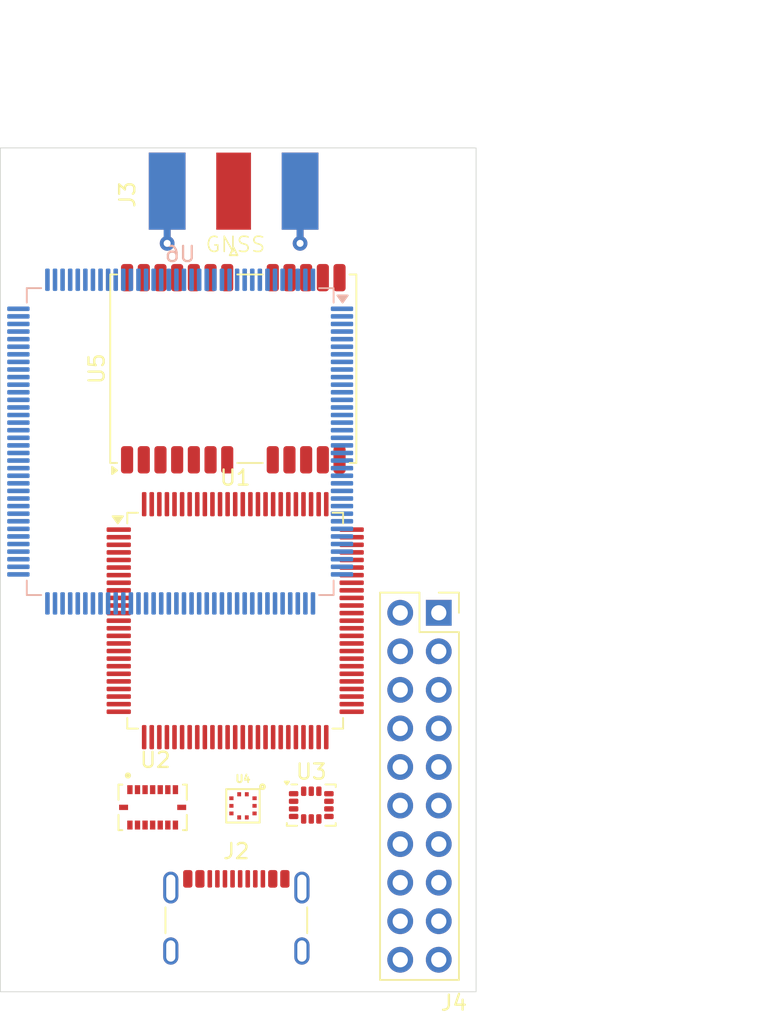
<source format=kicad_pcb>
(kicad_pcb (version 20240108) (generator "pcbnew") (generator_version "8.0")
  (layers (0 "F.Cu" signal) (31 "B.Cu" signal) (34 "B.Paste" user) (35 "F.Paste" user) (36 "B.SilkS" user "B.Silkscreen") (37 "F.SilkS" user "F.Silkscreen") (38 "B.Mask" user) (39 "F.Mask" user) (44 "Edge.Cuts" user))
  (net 0 "")
  (net 14 "/BMI088/SDO_GYRO")
  (net 40 "/BMI088/SCK")
  (net 53 "/BMI088/SDI")
  (net 78 "Net-(U1-NRST)")
  (net 79 "Net-(C11-Pad2)")
  (net 80 "Net-(C12-Pad2)")
  (net 81 "D-")
  (net 92 "GND")
  (net 93 "/BMI088/CS_ACCEL")
  (net 94 "+3.3V")
  (net 95 "/BMI088/CS_GYRO")
  (net 96 "/BMI088/SDO_ACCEL")
  (net 97 "/BMI088/GYRO_INT")
  (net 98 "/BMI088/ACCEL_INT")
  (net 102 "Net-(D1-A)")
  (net 104 "Net-(J2-CC1)")
  (net 105 "D+")
  (net 106 "Net-(J2-CC2)")
  (net 107 "Net-(J3-In)")
  (net 108 "Net-(U1-BOOT0)")
  (net 109 "/NEO-M9N/DI_GPS")
  (net 110 "/NEO-M9N/CLK_GPS")
  (net 111 "/NEO-M9N/CS_GPS")
  (net 112 "/NEO-M9N/DO_GPS")
  (net 113 "Net-(U1-PA10)")
  (net 114 "Net-(U1-PA11)")
  (net 115 "/LSM6DSM/SDO_IMU_LOW")
  (net 116 "/LSM6DSM/SDI_IMU_LOW")
  (net 117 "/LSM6DSM/SCL_IMU_LOW")
  (net 118 "/LSM6DSM/CS_IMU_LOW")
  (net 119 "/LSM6DSM/INT_IMU_LOW")
  (net 120 "/BMP581/SCK_BARO")
  (net 121 "/BMP581/SDI_BARO")
  (net 122 "/BMP581/SDO_BARO")
  (net 123 "/BMP581/INT_BARO")
  (net 124 "/BMP581/CS_BARO")
  (net 125 "Net-(U5-~{SAFEBOOT})")
  (net 172 "Net-(U6-VSS-Pad107)")
  (footprint "footprint:PQFN50P450X300X100-16N" (layer "F.Cu") (at 134.585 114.7)
    (property "Reference" "U2" (at 0.178 -3.121 0) (layer "F.SilkS"))
    (property "Value" "BMI088")
    (fp_line (start -2.25 -1.5) (end -2 -1.5) (stroke (width 0.127)) (layer "F.SilkS"))
    (fp_line (start -2.25 -0.5) (end -2.25 -1.5) (stroke (width 0.127)) (layer "F.SilkS"))
    (fp_line (start -2.25 1.5) (end -2.25 0.5) (stroke (width 0.127)) (layer "F.SilkS"))
    (fp_line (start -2 1.5) (end -2.25 1.5) (stroke (width 0.127)) (layer "F.SilkS"))
    (fp_line (start 2.25 -1.5) (end 2 -1.5) (stroke (width 0.127)) (layer "F.SilkS"))
    (fp_line (start 2.25 -0.5) (end 2.25 -1.5) (stroke (width 0.127)) (layer "F.SilkS"))
    (fp_line (start 2.25 0.5) (end 2.25 1.5) (stroke (width 0.127)) (layer "F.SilkS"))
    (fp_line (start 2.25 1.5) (end 2 1.5) (stroke (width 0.127)) (layer "F.SilkS"))
    (fp_circle (center -1.629 -2.1) (end -1.529 -2.1) (stroke (width 0.2)) (fill none) (layer "F.SilkS"))
    (pad "1" smd rect (at -1.5 -1.165) (size 0.35 0.59) (layers "F.Cu" "F.Paste" "F.Mask"))
    (pad "2" smd rect (at -1 -1.165) (size 0.35 0.59) (layers "F.Cu" "F.Paste" "F.Mask") (net 92 "GND"))
    (pad "3" smd rect (at -0.5 -1.165) (size 0.35 0.59) (layers "F.Cu" "F.Paste" "F.Mask") (net 94 "+3.3V"))
    (pad "4" smd rect (at 0 -1.165) (size 0.35 0.59) (layers "F.Cu" "F.Paste" "F.Mask") (net 92 "GND"))
    (pad "5" smd rect (at 0.5 -1.165) (size 0.35 0.59) (layers "F.Cu" "F.Paste" "F.Mask") (net 95 "/BMI088/CS_GYRO"))
    (pad "6" smd rect (at 1 -1.165) (size 0.35 0.59) (layers "F.Cu" "F.Paste" "F.Mask") (net 92 "GND"))
    (pad "7" smd rect (at 1.5 -1.165) (size 0.35 0.59) (layers "F.Cu" "F.Paste" "F.Mask") (net 92 "GND"))
    (pad "8" smd rect (at 1.915 0) (size 0.59 0.35) (layers "F.Cu" "F.Paste" "F.Mask") (net 40 "/BMI088/SCK"))
    (pad "9" smd rect (at 1.5 1.165) (size 0.35 0.59) (layers "F.Cu" "F.Paste" "F.Mask") (net 53 "/BMI088/SDI"))
    (pad "10" smd rect (at 1 1.165) (size 0.35 0.59) (layers "F.Cu" "F.Paste" "F.Mask") (net 14 "/BMI088/SDO_GYRO"))
    (pad "11" smd rect (at 0.5 1.165) (size 0.35 0.59) (layers "F.Cu" "F.Paste" "F.Mask") (net 94 "+3.3V"))
    (pad "12" smd rect (at 0 1.165) (size 0.35 0.59) (layers "F.Cu" "F.Paste" "F.Mask") (net 97 "/BMI088/GYRO_INT"))
    (pad "13" smd rect (at -0.5 1.165) (size 0.35 0.59) (layers "F.Cu" "F.Paste" "F.Mask"))
    (pad "14" smd rect (at -1 1.165) (size 0.35 0.59) (layers "F.Cu" "F.Paste" "F.Mask") (net 93 "/BMI088/CS_ACCEL"))
    (pad "15" smd rect (at -1.5 1.165) (size 0.35 0.59) (layers "F.Cu" "F.Paste" "F.Mask") (net 96 "/BMI088/SDO_ACCEL"))
    (pad "16" smd rect (at -1.915 0) (size 0.59 0.35) (layers "F.Cu" "F.Paste" "F.Mask") (net 98 "/BMI088/ACCEL_INT"))
  )
  (footprint "BMP581:BMP581" (layer "F.Cu") (at 140.5375 114.6)
    (property "Reference" "U4" (at 0 -1.778 0) (layer "F.SilkS") (effects (font (size 0.48 0.48) (thickness 0.12))))
    (property "Value" "BMP581")
    (fp_line (start -1.1 -1.1) (end 1.1 -1.1) (stroke (width 0.127)) (layer "F.SilkS"))
    (fp_line (start -1.1 1.1) (end -1.1 -1.1) (stroke (width 0.127)) (layer "F.SilkS"))
    (fp_line (start 1.1 -1.1) (end 1.1 1.1) (stroke (width 0.127)) (layer "F.SilkS"))
    (fp_line (start 1.1 1.1) (end -1.1 1.1) (stroke (width 0.127)) (layer "F.SilkS"))
    (fp_circle (center 1.282 -1.258) (end 1.327253 -1.258) (stroke (width 0.175)) (fill none) (layer "F.SilkS"))
    (pad "1" smd rect (at 0.25 -0.7625) (size 0.25 0.275) (layers "F.Cu" "F.Mask") (net 94 "+3.3V"))
    (pad "2" smd rect (at -0.25 -0.7625) (size 0.25 0.275) (layers "F.Cu" "F.Mask") (net 120 "/BMP581/SCK_BARO"))
    (pad "3" smd rect (at -0.7625 -0.5) (size 0.275 0.25) (layers "F.Cu" "F.Mask") (net 92 "GND"))
    (pad "4" smd rect (at -0.7625 0) (size 0.275 0.25) (layers "F.Cu" "F.Mask") (net 121 "/BMP581/SDI_BARO"))
    (pad "5" smd rect (at -0.7625 0.5) (size 0.275 0.25) (layers "F.Cu" "F.Mask") (net 122 "/BMP581/SDO_BARO"))
    (pad "6" smd rect (at -0.25 0.7625) (size 0.25 0.275) (layers "F.Cu" "F.Mask") (net 124 "/BMP581/CS_BARO"))
    (pad "7" smd rect (at 0.25 0.7625) (size 0.25 0.275) (layers "F.Cu" "F.Mask") (net 123 "/BMP581/INT_BARO"))
    (pad "8" smd rect (at 0.7625 0.5) (size 0.275 0.25) (layers "F.Cu" "F.Mask") (net 92 "GND"))
    (pad "9" smd rect (at 0.7625 0) (size 0.275 0.25) (layers "F.Cu" "F.Mask") (net 92 "GND"))
    (pad "10" smd rect (at 0.7625 -0.5) (size 0.275 0.25) (layers "F.Cu" "F.Mask") (net 94 "+3.3V"))
  )
  (footprint "Images:ND" (layer "F.Cu") (at 151.5 75.2)
    (property "Reference" "G***" (hide yes))
    (property "Value" "LOGO" (hide yes))
  )
  (footprint "Connector_PinSocket_2.54mm:PinSocket_2x10_P2.54mm_Vertical" (layer "F.Cu") (at 153.44 101.88)
    (property "Reference" "J4" (at 1 25.7 0) (layer "F.SilkS"))
    (property "Value" "Conn_02x10_Counter_Clockwise")
    (fp_line (start -3.87 -1.33) (end -3.87 24.19) (stroke (width 0.12)) (layer "F.SilkS"))
    (fp_line (start -3.87 -1.33) (end -1.27 -1.33) (stroke (width 0.12)) (layer "F.SilkS"))
    (fp_line (start -3.87 24.19) (end 1.33 24.19) (stroke (width 0.12)) (layer "F.SilkS"))
    (fp_line (start -1.27 -1.33) (end -1.27 1.27) (stroke (width 0.12)) (layer "F.SilkS"))
    (fp_line (start -1.27 1.27) (end 1.33 1.27) (stroke (width 0.12)) (layer "F.SilkS"))
    (fp_line (start 0 -1.33) (end 1.33 -1.33) (stroke (width 0.12)) (layer "F.SilkS"))
    (fp_line (start 1.33 -1.33) (end 1.33 0) (stroke (width 0.12)) (layer "F.SilkS"))
    (fp_line (start 1.33 1.27) (end 1.33 24.19) (stroke (width 0.12)) (layer "F.SilkS"))
    (pad "1" thru_hole rect (at 0 0) (size 1.7 1.7) (drill 1) (layers "*.Cu" "*.Mask"))
    (pad "2" thru_hole oval (at -2.54 0) (size 1.7 1.7) (drill 1) (layers "*.Cu" "*.Mask"))
    (pad "3" thru_hole oval (at 0 2.54) (size 1.7 1.7) (drill 1) (layers "*.Cu" "*.Mask"))
    (pad "4" thru_hole oval (at -2.54 2.54) (size 1.7 1.7) (drill 1) (layers "*.Cu" "*.Mask"))
    (pad "5" thru_hole oval (at 0 5.08) (size 1.7 1.7) (drill 1) (layers "*.Cu" "*.Mask"))
    (pad "6" thru_hole oval (at -2.54 5.08) (size 1.7 1.7) (drill 1) (layers "*.Cu" "*.Mask"))
    (pad "7" thru_hole oval (at 0 7.62) (size 1.7 1.7) (drill 1) (layers "*.Cu" "*.Mask"))
    (pad "8" thru_hole oval (at -2.54 7.62) (size 1.7 1.7) (drill 1) (layers "*.Cu" "*.Mask"))
    (pad "9" thru_hole oval (at 0 10.16) (size 1.7 1.7) (drill 1) (layers "*.Cu" "*.Mask"))
    (pad "10" thru_hole oval (at -2.54 10.16) (size 1.7 1.7) (drill 1) (layers "*.Cu" "*.Mask"))
    (pad "11" thru_hole oval (at 0 12.7) (size 1.7 1.7) (drill 1) (layers "*.Cu" "*.Mask"))
    (pad "12" thru_hole oval (at -2.54 12.7) (size 1.7 1.7) (drill 1) (layers "*.Cu" "*.Mask"))
    (pad "13" thru_hole oval (at 0 15.24) (size 1.7 1.7) (drill 1) (layers "*.Cu" "*.Mask"))
    (pad "14" thru_hole oval (at -2.54 15.24) (size 1.7 1.7) (drill 1) (layers "*.Cu" "*.Mask"))
    (pad "15" thru_hole oval (at 0 17.78) (size 1.7 1.7) (drill 1) (layers "*.Cu" "*.Mask"))
    (pad "16" thru_hole oval (at -2.54 17.78) (size 1.7 1.7) (drill 1) (layers "*.Cu" "*.Mask"))
    (pad "17" thru_hole oval (at 0 20.32) (size 1.7 1.7) (drill 1) (layers "*.Cu" "*.Mask"))
    (pad "18" thru_hole oval (at -2.54 20.32) (size 1.7 1.7) (drill 1) (layers "*.Cu" "*.Mask"))
    (pad "19" thru_hole oval (at 0 22.86) (size 1.7 1.7) (drill 1) (layers "*.Cu" "*.Mask"))
    (pad "20" thru_hole oval (at -2.54 22.86) (size 1.7 1.7) (drill 1) (layers "*.Cu" "*.Mask"))
  )
  (footprint "Connector_Coaxial:SMA_Molex_73251-1153_EdgeMount_Horizontal" (layer "F.Cu") (at 139.92 75.82 -90)
    (property "Reference" "J3" (at -1.5 7 90) (layer "F.SilkS"))
    (property "Value" "Conn_Coaxial")
    (fp_line (start 2.5 0.25) (end 2 0) (stroke (width 0.12)) (layer "F.SilkS"))
    (fp_line (start 2 0) (end 2.5 -0.25) (stroke (width 0.12)) (layer "F.SilkS"))
    (fp_line (start 2.5 -0.25) (end 2.5 0.25) (stroke (width 0.12)) (layer "F.SilkS"))
    (pad "1" smd rect (at -1.72 0 270) (size 5.08 2.29) (layers "F.Cu" "F.Paste" "F.Mask") (net 107 "Net-(J3-In)"))
    (pad "2" smd rect (at -1.72 -4.38 270) (size 5.08 2.42) (layers "F.Cu" "F.Paste" "F.Mask") (net 92 "GND"))
    (pad "2" smd rect (at -1.72 -4.38 270) (size 5.08 2.42) (layers "B.Cu" "B.Paste" "B.Mask") (net 92 "GND"))
    (pad "2" smd rect (at -1.72 4.38 270) (size 5.08 2.42) (layers "F.Cu" "F.Paste" "F.Mask") (net 92 "GND"))
    (pad "2" smd rect (at -1.72 4.38 270) (size 5.08 2.42) (layers "B.Cu" "B.Paste" "B.Mask") (net 92 "GND"))
    (pad "2" smd rect (at 1.27 -4.38 270) (size 0.95 0.46) (layers "F.Cu") (net 92 "GND"))
    (pad "2" smd rect (at 1.27 -4.38 270) (size 0.95 0.46) (layers "B.Cu") (net 92 "GND"))
    (pad "2" smd rect (at 1.27 4.38 270) (size 0.95 0.46) (layers "F.Cu") (net 92 "GND"))
    (pad "2" smd rect (at 1.27 4.38 270) (size 0.95 0.46) (layers "B.Cu") (net 92 "GND"))
    (pad "2" thru_hole circle (at 1.72 -4.38 270) (size 0.97 0.97) (drill 0.46) (layers "*.Cu") (net 92 "GND"))
    (pad "2" thru_hole circle (at 1.72 4.38 270) (size 0.97 0.97) (drill 0.46) (layers "*.Cu") (net 92 "GND"))
  )
  (footprint "Package_QFP:LQFP-100_14x14mm_P0.5mm" (layer "F.Cu") (at 140.025 102.4)
    (property "Reference" "U1" (at 0 -9.42 0) (layer "F.SilkS"))
    (property "Value" "STM32H723VGTx")
    (fp_line (start -7.11 -7.11) (end -7.11 -6.41) (stroke (width 0.12)) (layer "F.SilkS"))
    (fp_line (start -7.11 7.11) (end -7.11 6.41) (stroke (width 0.12)) (layer "F.SilkS"))
    (fp_line (start -6.41 -7.11) (end -7.11 -7.11) (stroke (width 0.12)) (layer "F.SilkS"))
    (fp_line (start -6.41 7.11) (end -7.11 7.11) (stroke (width 0.12)) (layer "F.SilkS"))
    (fp_line (start 6.41 -7.11) (end 7.11 -7.11) (stroke (width 0.12)) (layer "F.SilkS"))
    (fp_line (start 6.41 7.11) (end 7.11 7.11) (stroke (width 0.12)) (layer "F.SilkS"))
    (fp_line (start 7.11 -7.11) (end 7.11 -6.41) (stroke (width 0.12)) (layer "F.SilkS"))
    (fp_line (start 7.11 7.11) (end 7.11 6.41) (stroke (width 0.12)) (layer "F.SilkS"))
    (fp_poly (pts (xy -7.7375 -6.41) (xy -8.0775 -6.88) (xy -7.3975 -6.88) (xy -7.7375 -6.41)) (stroke (width 0.12)) (fill solid) (layer "F.SilkS"))
    (pad "1" smd roundrect (at -7.675 -6) (size 1.6 0.3) (layers "F.Cu" "F.Paste" "F.Mask"))
    (pad "2" smd roundrect (at -7.675 -5.5) (size 1.6 0.3) (layers "F.Cu" "F.Paste" "F.Mask"))
    (pad "3" smd roundrect (at -7.675 -5) (size 1.6 0.3) (layers "F.Cu" "F.Paste" "F.Mask"))
    (pad "4" smd roundrect (at -7.675 -4.5) (size 1.6 0.3) (layers "F.Cu" "F.Paste" "F.Mask"))
    (pad "5" smd roundrect (at -7.675 -4) (size 1.6 0.3) (layers "F.Cu" "F.Paste" "F.Mask"))
    (pad "6" smd roundrect (at -7.675 -3.5) (size 1.6 0.3) (layers "F.Cu" "F.Paste" "F.Mask") (net 94 "+3.3V"))
    (pad "7" smd roundrect (at -7.675 -3) (size 1.6 0.3) (layers "F.Cu" "F.Paste" "F.Mask"))
    (pad "8" smd roundrect (at -7.675 -2.5) (size 1.6 0.3) (layers "F.Cu" "F.Paste" "F.Mask"))
    (pad "9" smd roundrect (at -7.675 -2) (size 1.6 0.3) (layers "F.Cu" "F.Paste" "F.Mask"))
    (pad "10" smd roundrect (at -7.675 -1.5) (size 1.6 0.3) (layers "F.Cu" "F.Paste" "F.Mask") (net 92 "GND"))
    (pad "11" smd roundrect (at -7.675 -1) (size 1.6 0.3) (layers "F.Cu" "F.Paste" "F.Mask") (net 94 "+3.3V"))
    (pad "12" smd roundrect (at -7.675 -0.5) (size 1.6 0.3) (layers "F.Cu" "F.Paste" "F.Mask") (net 92 "GND"))
    (pad "13" smd roundrect (at -7.675 0) (size 1.6 0.3) (layers "F.Cu" "F.Paste" "F.Mask"))
    (pad "14" smd roundrect (at -7.675 0.5) (size 1.6 0.3) (layers "F.Cu" "F.Paste" "F.Mask") (net 78 "Net-(U1-NRST)"))
    (pad "15" smd roundrect (at -7.675 1) (size 1.6 0.3) (layers "F.Cu" "F.Paste" "F.Mask"))
    (pad "16" smd roundrect (at -7.675 1.5) (size 1.6 0.3) (layers "F.Cu" "F.Paste" "F.Mask"))
    (pad "17" smd roundrect (at -7.675 2) (size 1.6 0.3) (layers "F.Cu" "F.Paste" "F.Mask"))
    (pad "18" smd roundrect (at -7.675 2.5) (size 1.6 0.3) (layers "F.Cu" "F.Paste" "F.Mask"))
    (pad "19" smd roundrect (at -7.675 3) (size 1.6 0.3) (layers "F.Cu" "F.Paste" "F.Mask") (net 92 "GND"))
    (pad "20" smd roundrect (at -7.675 3.5) (size 1.6 0.3) (layers "F.Cu" "F.Paste" "F.Mask") (net 94 "+3.3V"))
    (pad "21" smd roundrect (at -7.675 4) (size 1.6 0.3) (layers "F.Cu" "F.Paste" "F.Mask") (net 94 "+3.3V"))
    (pad "22" smd roundrect (at -7.675 4.5) (size 1.6 0.3) (layers "F.Cu" "F.Paste" "F.Mask"))
    (pad "23" smd roundrect (at -7.675 5) (size 1.6 0.3) (layers "F.Cu" "F.Paste" "F.Mask"))
    (pad "24" smd roundrect (at -7.675 5.5) (size 1.6 0.3) (layers "F.Cu" "F.Paste" "F.Mask"))
    (pad "25" smd roundrect (at -7.675 6) (size 1.6 0.3) (layers "F.Cu" "F.Paste" "F.Mask"))
    (pad "26" smd roundrect (at -6 7.675) (size 0.3 1.6) (layers "F.Cu" "F.Paste" "F.Mask") (net 92 "GND"))
    (pad "27" smd roundrect (at -5.5 7.675) (size 0.3 1.6) (layers "F.Cu" "F.Paste" "F.Mask") (net 94 "+3.3V"))
    (pad "28" smd roundrect (at -5 7.675) (size 0.3 1.6) (layers "F.Cu" "F.Paste" "F.Mask") (net 95 "/BMI088/CS_GYRO"))
    (pad "29" smd roundrect (at -4.5 7.675) (size 0.3 1.6) (layers "F.Cu" "F.Paste" "F.Mask") (net 40 "/BMI088/SCK"))
    (pad "30" smd roundrect (at -4 7.675) (size 0.3 1.6) (layers "F.Cu" "F.Paste" "F.Mask") (net 14 "/BMI088/SDO_GYRO"))
    (pad "31" smd roundrect (at -3.5 7.675) (size 0.3 1.6) (layers "F.Cu" "F.Paste" "F.Mask") (net 53 "/BMI088/SDI"))
    (pad "32" smd roundrect (at -3 7.675) (size 0.3 1.6) (layers "F.Cu" "F.Paste" "F.Mask"))
    (pad "33" smd roundrect (at -2.5 7.675) (size 0.3 1.6) (layers "F.Cu" "F.Paste" "F.Mask"))
    (pad "34" smd roundrect (at -2 7.675) (size 0.3 1.6) (layers "F.Cu" "F.Paste" "F.Mask"))
    (pad "35" smd roundrect (at -1.5 7.675) (size 0.3 1.6) (layers "F.Cu" "F.Paste" "F.Mask"))
    (pad "36" smd roundrect (at -1 7.675) (size 0.3 1.6) (layers "F.Cu" "F.Paste" "F.Mask"))
    (pad "37" smd roundrect (at -0.5 7.675) (size 0.3 1.6) (layers "F.Cu" "F.Paste" "F.Mask"))
    (pad "38" smd roundrect (at 0 7.675) (size 0.3 1.6) (layers "F.Cu" "F.Paste" "F.Mask"))
    (pad "39" smd roundrect (at 0.5 7.675) (size 0.3 1.6) (layers "F.Cu" "F.Paste" "F.Mask"))
    (pad "40" smd roundrect (at 1 7.675) (size 0.3 1.6) (layers "F.Cu" "F.Paste" "F.Mask"))
    (pad "41" smd roundrect (at 1.5 7.675) (size 0.3 1.6) (layers "F.Cu" "F.Paste" "F.Mask") (net 111 "/NEO-M9N/CS_GPS"))
    (pad "42" smd roundrect (at 2 7.675) (size 0.3 1.6) (layers "F.Cu" "F.Paste" "F.Mask") (net 110 "/NEO-M9N/CLK_GPS"))
    (pad "43" smd roundrect (at 2.5 7.675) (size 0.3 1.6) (layers "F.Cu" "F.Paste" "F.Mask") (net 112 "/NEO-M9N/DO_GPS"))
    (pad "44" smd roundrect (at 3 7.675) (size 0.3 1.6) (layers "F.Cu" "F.Paste" "F.Mask") (net 109 "/NEO-M9N/DI_GPS"))
    (pad "45" smd roundrect (at 3.5 7.675) (size 0.3 1.6) (layers "F.Cu" "F.Paste" "F.Mask"))
    (pad "46" smd roundrect (at 4 7.675) (size 0.3 1.6) (layers "F.Cu" "F.Paste" "F.Mask"))
    (pad "47" smd roundrect (at 4.5 7.675) (size 0.3 1.6) (layers "F.Cu" "F.Paste" "F.Mask"))
    (pad "48" smd roundrect (at 5 7.675) (size 0.3 1.6) (layers "F.Cu" "F.Paste" "F.Mask") (net 79 "Net-(C11-Pad2)"))
    (pad "49" smd roundrect (at 5.5 7.675) (size 0.3 1.6) (layers "F.Cu" "F.Paste" "F.Mask") (net 92 "GND"))
    (pad "50" smd roundrect (at 6 7.675) (size 0.3 1.6) (layers "F.Cu" "F.Paste" "F.Mask") (net 94 "+3.3V"))
    (pad "51" smd roundrect (at 7.675 6) (size 1.6 0.3) (layers "F.Cu" "F.Paste" "F.Mask"))
    (pad "52" smd roundrect (at 7.675 5.5) (size 1.6 0.3) (layers "F.Cu" "F.Paste" "F.Mask"))
    (pad "53" smd roundrect (at 7.675 5) (size 1.6 0.3) (layers "F.Cu" "F.Paste" "F.Mask"))
    (pad "54" smd roundrect (at 7.675 4.5) (size 1.6 0.3) (layers "F.Cu" "F.Paste" "F.Mask"))
    (pad "55" smd roundrect (at 7.675 4) (size 1.6 0.3) (layers "F.Cu" "F.Paste" "F.Mask"))
    (pad "56" smd roundrect (at 7.675 3.5) (size 1.6 0.3) (layers "F.Cu" "F.Paste" "F.Mask"))
    (pad "57" smd roundrect (at 7.675 3) (size 1.6 0.3) (layers "F.Cu" "F.Paste" "F.Mask"))
    (pad "58" smd roundrect (at 7.675 2.5) (size 1.6 0.3) (layers "F.Cu" "F.Paste" "F.Mask"))
    (pad "59" smd roundrect (at 7.675 2) (size 1.6 0.3) (layers "F.Cu" "F.Paste" "F.Mask"))
    (pad "60" smd roundrect (at 7.675 1.5) (size 1.6 0.3) (layers "F.Cu" "F.Paste" "F.Mask"))
    (pad "61" smd roundrect (at 7.675 1) (size 1.6 0.3) (layers "F.Cu" "F.Paste" "F.Mask"))
    (pad "62" smd roundrect (at 7.675 0.5) (size 1.6 0.3) (layers "F.Cu" "F.Paste" "F.Mask"))
    (pad "63" smd roundrect (at 7.675 0) (size 1.6 0.3) (layers "F.Cu" "F.Paste" "F.Mask"))
    (pad "64" smd roundrect (at 7.675 -0.5) (size 1.6 0.3) (layers "F.Cu" "F.Paste" "F.Mask"))
    (pad "65" smd roundrect (at 7.675 -1) (size 1.6 0.3) (layers "F.Cu" "F.Paste" "F.Mask"))
    (pad "66" smd roundrect (at 7.675 -1.5) (size 1.6 0.3) (layers "F.Cu" "F.Paste" "F.Mask"))
    (pad "67" smd roundrect (at 7.675 -2) (size 1.6 0.3) (layers "F.Cu" "F.Paste" "F.Mask"))
    (pad "68" smd roundrect (at 7.675 -2.5) (size 1.6 0.3) (layers "F.Cu" "F.Paste" "F.Mask"))
    (pad "69" smd roundrect (at 7.675 -3) (size 1.6 0.3) (layers "F.Cu" "F.Paste" "F.Mask") (net 113 "Net-(U1-PA10)"))
    (pad "70" smd roundrect (at 7.675 -3.5) (size 1.6 0.3) (layers "F.Cu" "F.Paste" "F.Mask") (net 114 "Net-(U1-PA11)"))
    (pad "71" smd roundrect (at 7.675 -4) (size 1.6 0.3) (layers "F.Cu" "F.Paste" "F.Mask"))
    (pad "72" smd roundrect (at 7.675 -4.5) (size 1.6 0.3) (layers "F.Cu" "F.Paste" "F.Mask"))
    (pad "73" smd roundrect (at 7.675 -5) (size 1.6 0.3) (layers "F.Cu" "F.Paste" "F.Mask") (net 80 "Net-(C12-Pad2)"))
    (pad "74" smd roundrect (at 7.675 -5.5) (size 1.6 0.3) (layers "F.Cu" "F.Paste" "F.Mask") (net 92 "GND"))
    (pad "75" smd roundrect (at 7.675 -6) (size 1.6 0.3) (layers "F.Cu" "F.Paste" "F.Mask") (net 94 "+3.3V"))
    (pad "76" smd roundrect (at 6 -7.675) (size 0.3 1.6) (layers "F.Cu" "F.Paste" "F.Mask"))
    (pad "77" smd roundrect (at 5.5 -7.675) (size 0.3 1.6) (layers "F.Cu" "F.Paste" "F.Mask"))
    (pad "78" smd roundrect (at 5 -7.675) (size 0.3 1.6) (layers "F.Cu" "F.Paste" "F.Mask"))
    (pad "79" smd roundrect (at 4.5 -7.675) (size 0.3 1.6) (layers "F.Cu" "F.Paste" "F.Mask"))
    (pad "80" smd roundrect (at 4 -7.675) (size 0.3 1.6) (layers "F.Cu" "F.Paste" "F.Mask"))
    (pad "81" smd roundrect (at 3.5 -7.675) (size 0.3 1.6) (layers "F.Cu" "F.Paste" "F.Mask"))
    (pad "82" smd roundrect (at 3 -7.675) (size 0.3 1.6) (layers "F.Cu" "F.Paste" "F.Mask"))
    (pad "83" smd roundrect (at 2.5 -7.675) (size 0.3 1.6) (layers "F.Cu" "F.Paste" "F.Mask"))
    (pad "84" smd roundrect (at 2 -7.675) (size 0.3 1.6) (layers "F.Cu" "F.Paste" "F.Mask"))
    (pad "85" smd roundrect (at 1.5 -7.675) (size 0.3 1.6) (layers "F.Cu" "F.Paste" "F.Mask"))
    (pad "86" smd roundrect (at 1 -7.675) (size 0.3 1.6) (layers "F.Cu" "F.Paste" "F.Mask"))
    (pad "87" smd roundrect (at 0.5 -7.675) (size 0.3 1.6) (layers "F.Cu" "F.Paste" "F.Mask"))
    (pad "88" smd roundrect (at 0 -7.675) (size 0.3 1.6) (layers "F.Cu" "F.Paste" "F.Mask"))
    (pad "89" smd roundrect (at -0.5 -7.675) (size 0.3 1.6) (layers "F.Cu" "F.Paste" "F.Mask"))
    (pad "90" smd roundrect (at -1 -7.675) (size 0.3 1.6) (layers "F.Cu" "F.Paste" "F.Mask"))
    (pad "91" smd roundrect (at -1.5 -7.675) (size 0.3 1.6) (layers "F.Cu" "F.Paste" "F.Mask"))
    (pad "92" smd roundrect (at -2 -7.675) (size 0.3 1.6) (layers "F.Cu" "F.Paste" "F.Mask"))
    (pad "93" smd roundrect (at -2.5 -7.675) (size 0.3 1.6) (layers "F.Cu" "F.Paste" "F.Mask"))
    (pad "94" smd roundrect (at -3 -7.675) (size 0.3 1.6) (layers "F.Cu" "F.Paste" "F.Mask") (net 108 "Net-(U1-BOOT0)"))
    (pad "95" smd roundrect (at -3.5 -7.675) (size 0.3 1.6) (layers "F.Cu" "F.Paste" "F.Mask"))
    (pad "96" smd roundrect (at -4 -7.675) (size 0.3 1.6) (layers "F.Cu" "F.Paste" "F.Mask"))
    (pad "97" smd roundrect (at -4.5 -7.675) (size 0.3 1.6) (layers "F.Cu" "F.Paste" "F.Mask"))
    (pad "98" smd roundrect (at -5 -7.675) (size 0.3 1.6) (layers "F.Cu" "F.Paste" "F.Mask"))
    (pad "99" smd roundrect (at -5.5 -7.675) (size 0.3 1.6) (layers "F.Cu" "F.Paste" "F.Mask") (net 92 "GND"))
    (pad "100" smd roundrect (at -6 -7.675) (size 0.3 1.6) (layers "F.Cu" "F.Paste" "F.Mask") (net 94 "+3.3V"))
  )
  (footprint "Package_LGA:LGA-14_3x2.5mm_P0.5mm_LayoutBorder3x4y" (layer "F.Cu") (at 145.0375 114.55)
    (property "Reference" "U3" (at 0 -2.2 0) (layer "F.SilkS"))
    (property "Value" "LSM6DSM")
    (fp_line (start -1.61 1.36) (end -1.61 1.185) (stroke (width 0.12)) (layer "F.SilkS"))
    (fp_line (start -0.935 -1.36) (end -1.31 -1.36) (stroke (width 0.12)) (layer "F.SilkS"))
    (fp_line (start -0.935 1.36) (end -1.61 1.36) (stroke (width 0.12)) (layer "F.SilkS"))
    (fp_line (start 0.935 -1.36) (end 1.61 -1.36) (stroke (width 0.12)) (layer "F.SilkS"))
    (fp_line (start 0.935 1.36) (end 1.61 1.36) (stroke (width 0.12)) (layer "F.SilkS"))
    (fp_line (start 1.61 -1.36) (end 1.61 -1.185) (stroke (width 0.12)) (layer "F.SilkS"))
    (fp_line (start 1.61 1.36) (end 1.61 1.185) (stroke (width 0.12)) (layer "F.SilkS"))
    (fp_poly (pts (xy -1.61 -1.36) (xy -1.75 -1.55) (xy -1.47 -1.55) (xy -1.61 -1.36)) (stroke (width 0.12)) (fill solid) (layer "F.SilkS"))
    (pad "1" smd roundrect (at -1.1625 -0.75) (size 0.625 0.35) (layers "F.Cu" "F.Paste" "F.Mask") (net 115 "/LSM6DSM/SDO_IMU_LOW"))
    (pad "2" smd roundrect (at -1.1625 -0.25) (size 0.625 0.35) (layers "F.Cu" "F.Paste" "F.Mask") (net 92 "GND"))
    (pad "3" smd roundrect (at -1.1625 0.25) (size 0.625 0.35) (layers "F.Cu" "F.Paste" "F.Mask") (net 92 "GND"))
    (pad "4" smd roundrect (at -1.1625 0.75) (size 0.625 0.35) (layers "F.Cu" "F.Paste" "F.Mask") (net 119 "/LSM6DSM/INT_IMU_LOW"))
    (pad "5" smd roundrect (at -0.5 0.9125) (size 0.35 0.625) (layers "F.Cu" "F.Paste" "F.Mask") (net 94 "+3.3V"))
    (pad "6" smd roundrect (at 0 0.9125) (size 0.35 0.625) (layers "F.Cu" "F.Paste" "F.Mask") (net 92 "GND"))
    (pad "7" smd roundrect (at 0.5 0.9125) (size 0.35 0.625) (layers "F.Cu" "F.Paste" "F.Mask") (net 92 "GND"))
    (pad "8" smd roundrect (at 1.1625 0.75) (size 0.625 0.35) (layers "F.Cu" "F.Paste" "F.Mask") (net 94 "+3.3V"))
    (pad "9" smd roundrect (at 1.1625 0.25) (size 0.625 0.35) (layers "F.Cu" "F.Paste" "F.Mask"))
    (pad "10" smd roundrect (at 1.1625 -0.25) (size 0.625 0.35) (layers "F.Cu" "F.Paste" "F.Mask"))
    (pad "11" smd roundrect (at 1.1625 -0.75) (size 0.625 0.35) (layers "F.Cu" "F.Paste" "F.Mask"))
    (pad "12" smd roundrect (at 0.5 -0.9125) (size 0.35 0.625) (layers "F.Cu" "F.Paste" "F.Mask") (net 118 "/LSM6DSM/CS_IMU_LOW"))
    (pad "13" smd roundrect (at 0 -0.9125) (size 0.35 0.625) (layers "F.Cu" "F.Paste" "F.Mask") (net 117 "/LSM6DSM/SCL_IMU_LOW"))
    (pad "14" smd roundrect (at -0.5 -0.9125) (size 0.35 0.625) (layers "F.Cu" "F.Paste" "F.Mask") (net 116 "/LSM6DSM/SDI_IMU_LOW"))
  )
  (footprint "RF_GPS:ublox_NEO" (layer "F.Cu") (at 139.9 85.8 90)
    (property "Reference" "U5" (at 0 -9 90) (layer "F.SilkS"))
    (property "Value" "NEO-M9N")
    (fp_line (start 6.21 -8.11) (end 6.21 -7.66) (stroke (width 0.12)) (layer "F.SilkS"))
    (fp_line (start -6.21 -8.11) (end 6.21 -8.11) (stroke (width 0.12)) (layer "F.SilkS"))
    (fp_line (start -6.21 -8.11) (end -6.21 -7.66) (stroke (width 0.12)) (layer "F.SilkS"))
    (fp_line (start 6.21 0.26) (end 6.21 1.94) (stroke (width 0.12)) (layer "F.SilkS"))
    (fp_line (start -6.21 0.26) (end -6.21 1.94) (stroke (width 0.12)) (layer "F.SilkS"))
    (fp_line (start 6.21 7.66) (end 6.21 8.1) (stroke (width 0.12)) (layer "F.SilkS"))
    (fp_line (start -6.21 7.66) (end -6.21 8.11) (stroke (width 0.12)) (layer "F.SilkS"))
    (fp_line (start -6.21 8.11) (end 6.21 8.11) (stroke (width 0.12)) (layer "F.SilkS"))
    (fp_poly (pts (xy -6.7 -7.66) (xy -6.94 -7.99) (xy -6.46 -7.99) (xy -6.7 -7.66)) (stroke (width 0.12)) (fill solid) (layer "F.SilkS"))
    (pad "1" smd roundrect (at -6 -7 90) (size 1.8 0.8) (layers "F.Cu" "F.Paste" "F.Mask") (net 125 "Net-(U5-~{SAFEBOOT})"))
    (pad "2" smd roundrect (at -6 -5.9 90) (size 1.8 0.8) (layers "F.Cu" "F.Paste" "F.Mask") (net 92 "GND"))
    (pad "3" smd roundrect (at -6 -4.8 90) (size 1.8 0.8) (layers "F.Cu" "F.Paste" "F.Mask"))
    (pad "4" smd roundrect (at -6 -3.7 90) (size 1.8 0.8) (layers "F.Cu" "F.Paste" "F.Mask"))
    (pad "5" smd roundrect (at -6 -2.6 90) (size 1.8 0.8) (layers "F.Cu" "F.Paste" "F.Mask"))
    (pad "6" smd roundrect (at -6 -1.5 90) (size 1.8 0.8) (layers "F.Cu" "F.Paste" "F.Mask"))
    (pad "7" smd roundrect (at -6 -0.4 90) (size 1.8 0.8) (layers "F.Cu" "F.Paste" "F.Mask") (net 92 "GND"))
    (pad "8" smd roundrect (at -6 2.6 90) (size 1.8 0.8) (layers "F.Cu" "F.Paste" "F.Mask"))
    (pad "9" smd roundrect (at -6 3.7 90) (size 1.8 0.8) (layers "F.Cu" "F.Paste" "F.Mask"))
    (pad "10" smd roundrect (at -6 4.8 90) (size 1.8 0.8) (layers "F.Cu" "F.Paste" "F.Mask") (net 92 "GND"))
    (pad "11" smd roundrect (at -6 5.9 90) (size 1.8 0.8) (layers "F.Cu" "F.Paste" "F.Mask") (net 107 "Net-(J3-In)"))
    (pad "12" smd roundrect (at -6 7 90) (size 1.8 0.8) (layers "F.Cu" "F.Paste" "F.Mask") (net 92 "GND"))
    (pad "13" smd roundrect (at 6 7 90) (size 1.8 0.8) (layers "F.Cu" "F.Paste" "F.Mask") (net 92 "GND"))
    (pad "14" smd roundrect (at 6 5.9 90) (size 1.8 0.8) (layers "F.Cu" "F.Paste" "F.Mask"))
    (pad "15" smd roundrect (at 6 4.8 90) (size 1.8 0.8) (layers "F.Cu" "F.Paste" "F.Mask"))
    (pad "16" smd roundrect (at 6 3.7 90) (size 1.8 0.8) (layers "F.Cu" "F.Paste" "F.Mask"))
    (pad "17" smd roundrect (at 6 2.6 90) (size 1.8 0.8) (layers "F.Cu" "F.Paste" "F.Mask"))
    (pad "18" smd roundrect (at 6 -0.4 90) (size 1.8 0.8) (layers "F.Cu" "F.Paste" "F.Mask") (net 111 "/NEO-M9N/CS_GPS"))
    (pad "19" smd roundrect (at 6 -1.5 90) (size 1.8 0.8) (layers "F.Cu" "F.Paste" "F.Mask") (net 110 "/NEO-M9N/CLK_GPS"))
    (pad "20" smd roundrect (at 6 -2.6 90) (size 1.8 0.8) (layers "F.Cu" "F.Paste" "F.Mask") (net 112 "/NEO-M9N/DO_GPS"))
    (pad "21" smd roundrect (at 6 -3.7 90) (size 1.8 0.8) (layers "F.Cu" "F.Paste" "F.Mask") (net 109 "/NEO-M9N/DI_GPS"))
    (pad "22" smd roundrect (at 6 -4.8 90) (size 1.8 0.8) (layers "F.Cu" "F.Paste" "F.Mask") (net 94 "+3.3V"))
    (pad "23" smd roundrect (at 6 -5.9 90) (size 1.8 0.8) (layers "F.Cu" "F.Paste" "F.Mask") (net 94 "+3.3V"))
    (pad "24" smd roundrect (at 6 -7 90) (size 1.8 0.8) (layers "F.Cu" "F.Paste" "F.Mask") (net 92 "GND"))
  )
  (footprint "Connector_USB:USB_C_Receptacle_GCT_USB4105-xx-A_16P_TopMnt_Horizontal" (layer "F.Cu") (at 140.1 123.09)
    (property "Reference" "J2" (at 0 -5.5 0) (layer "F.SilkS"))
    (property "Value" "USB_C_Receptacle_USB2.0_16P")
    (fp_line (start -4.67 -0.1) (end -4.67 -1.8) (stroke (width 0.12)) (layer "F.SilkS"))
    (fp_line (start 4.67 -0.1) (end 4.67 -1.8) (stroke (width 0.12)) (layer "F.SilkS"))
    (pad "" np_thru_hole circle (at -2.89 -2.605) (size 0.65 0.65) (drill 0.65) (layers "F&B.Cu" "*.Mask"))
    (pad "" np_thru_hole circle (at 2.89 -2.605) (size 0.65 0.65) (drill 0.65) (layers "F&B.Cu" "*.Mask"))
    (pad "A1" smd roundrect (at -3.2 -3.68) (size 0.6 1.15) (layers "F.Cu" "F.Paste" "F.Mask") (net 92 "GND"))
    (pad "A4" smd roundrect (at -2.4 -3.68) (size 0.6 1.15) (layers "F.Cu" "F.Paste" "F.Mask") (net 102 "Net-(D1-A)"))
    (pad "A5" smd roundrect (at -1.25 -3.68) (size 0.3 1.15) (layers "F.Cu" "F.Paste" "F.Mask") (net 104 "Net-(J2-CC1)"))
    (pad "A6" smd roundrect (at -0.25 -3.68) (size 0.3 1.15) (layers "F.Cu" "F.Paste" "F.Mask") (net 105 "D+"))
    (pad "A7" smd roundrect (at 0.25 -3.68) (size 0.3 1.15) (layers "F.Cu" "F.Paste" "F.Mask") (net 81 "D-"))
    (pad "A8" smd roundrect (at 1.25 -3.68) (size 0.3 1.15) (layers "F.Cu" "F.Paste" "F.Mask"))
    (pad "A9" smd roundrect (at 2.4 -3.68) (size 0.6 1.15) (layers "F.Cu" "F.Paste" "F.Mask") (net 102 "Net-(D1-A)"))
    (pad "A12" smd roundrect (at 3.2 -3.68) (size 0.6 1.15) (layers "F.Cu" "F.Paste" "F.Mask") (net 92 "GND"))
    (pad "B1" smd roundrect (at 3.2 -3.68) (size 0.6 1.15) (layers "F.Cu" "F.Paste" "F.Mask") (net 92 "GND"))
    (pad "B4" smd roundrect (at 2.4 -3.68) (size 0.6 1.15) (layers "F.Cu" "F.Paste" "F.Mask") (net 102 "Net-(D1-A)"))
    (pad "B5" smd roundrect (at 1.75 -3.68) (size 0.3 1.15) (layers "F.Cu" "F.Paste" "F.Mask") (net 106 "Net-(J2-CC2)"))
    (pad "B6" smd roundrect (at 0.75 -3.68) (size 0.3 1.15) (layers "F.Cu" "F.Paste" "F.Mask") (net 105 "D+"))
    (pad "B7" smd roundrect (at -0.75 -3.68) (size 0.3 1.15) (layers "F.Cu" "F.Paste" "F.Mask") (net 81 "D-"))
    (pad "B8" smd roundrect (at -1.75 -3.68) (size 0.3 1.15) (layers "F.Cu" "F.Paste" "F.Mask"))
    (pad "B9" smd roundrect (at -2.4 -3.68) (size 0.6 1.15) (layers "F.Cu" "F.Paste" "F.Mask") (net 102 "Net-(D1-A)"))
    (pad "B12" smd roundrect (at -3.2 -3.68) (size 0.6 1.15) (layers "F.Cu" "F.Paste" "F.Mask") (net 92 "GND"))
    (pad "S1" thru_hole oval (at -4.32 -3.105) (size 1 2.1) (drill oval 0.6 1.7) (layers "*.Cu" "*.Mask" "F.Paste") (net 92 "GND"))
    (pad "S1" thru_hole oval (at -4.32 1.075) (size 1 1.8) (drill oval 0.6 1.4) (layers "*.Cu" "*.Mask" "F.Paste") (net 92 "GND"))
    (pad "S1" thru_hole oval (at 4.32 -3.105) (size 1 2.1) (drill oval 0.6 1.7) (layers "*.Cu" "*.Mask" "F.Paste") (net 92 "GND"))
    (pad "S1" thru_hole oval (at 4.32 1.075) (size 1 1.8) (drill oval 0.6 1.4) (layers "*.Cu" "*.Mask" "F.Paste") (net 92 "GND"))
  )
  (footprint "Package_QFP:LQFP-144_20x20mm_P0.5mm" (layer "B.Cu") (at 136.4 90.6 180)
    (property "Reference" "U6" (at 0 12.35 0) (layer "B.SilkS") (effects (justify mirror)))
    (property "Value" "STM32H733ZGTx")
    (fp_line (start 10.11 10.11) (end 9.16 10.11) (stroke (width 0.12)) (layer "B.SilkS"))
    (fp_line (start 10.11 9.16) (end 10.11 10.11) (stroke (width 0.12)) (layer "B.SilkS"))
    (fp_line (start 10.11 -9.16) (end 10.11 -10.11) (stroke (width 0.12)) (layer "B.SilkS"))
    (fp_line (start 10.11 -10.11) (end 9.16 -10.11) (stroke (width 0.12)) (layer "B.SilkS"))
    (fp_line (start -10.11 10.11) (end -9.16 10.11) (stroke (width 0.12)) (layer "B.SilkS"))
    (fp_line (start -10.11 9.16) (end -10.11 10.11) (stroke (width 0.12)) (layer "B.SilkS"))
    (fp_line (start -10.11 -9.16) (end -10.11 -10.11) (stroke (width 0.12)) (layer "B.SilkS"))
    (fp_line (start -10.11 -10.11) (end -9.16 -10.11) (stroke (width 0.12)) (layer "B.SilkS"))
    (fp_poly (pts (xy -10.7 9.16) (xy -11.04 9.63) (xy -10.36 9.63) (xy -10.7 9.16)) (stroke (width 0.12)) (fill solid) (layer "B.SilkS"))
    (pad "1" smd roundrect (at -10.6625 8.75 180) (size 1.475 0.3) (layers "B.Cu" "B.Paste" "B.Mask"))
    (pad "2" smd roundrect (at -10.6625 8.25 180) (size 1.475 0.3) (layers "B.Cu" "B.Paste" "B.Mask"))
    (pad "3" smd roundrect (at -10.6625 7.75 180) (size 1.475 0.3) (layers "B.Cu" "B.Paste" "B.Mask"))
    (pad "4" smd roundrect (at -10.6625 7.25 180) (size 1.475 0.3) (layers "B.Cu" "B.Paste" "B.Mask"))
    (pad "5" smd roundrect (at -10.6625 6.75 180) (size 1.475 0.3) (layers "B.Cu" "B.Paste" "B.Mask"))
    (pad "6" smd roundrect (at -10.6625 6.25 180) (size 1.475 0.3) (layers "B.Cu" "B.Paste" "B.Mask"))
    (pad "7" smd roundrect (at -10.6625 5.75 180) (size 1.475 0.3) (layers "B.Cu" "B.Paste" "B.Mask"))
    (pad "8" smd roundrect (at -10.6625 5.25 180) (size 1.475 0.3) (layers "B.Cu" "B.Paste" "B.Mask"))
    (pad "9" smd roundrect (at -10.6625 4.75 180) (size 1.475 0.3) (layers "B.Cu" "B.Paste" "B.Mask"))
    (pad "10" smd roundrect (at -10.6625 4.25 180) (size 1.475 0.3) (layers "B.Cu" "B.Paste" "B.Mask"))
    (pad "11" smd roundrect (at -10.6625 3.75 180) (size 1.475 0.3) (layers "B.Cu" "B.Paste" "B.Mask"))
    (pad "12" smd roundrect (at -10.6625 3.25 180) (size 1.475 0.3) (layers "B.Cu" "B.Paste" "B.Mask"))
    (pad "13" smd roundrect (at -10.6625 2.75 180) (size 1.475 0.3) (layers "B.Cu" "B.Paste" "B.Mask"))
    (pad "14" smd roundrect (at -10.6625 2.25 180) (size 1.475 0.3) (layers "B.Cu" "B.Paste" "B.Mask"))
    (pad "15" smd roundrect (at -10.6625 1.75 180) (size 1.475 0.3) (layers "B.Cu" "B.Paste" "B.Mask"))
    (pad "16" smd roundrect (at -10.6625 1.25 180) (size 1.475 0.3) (layers "B.Cu" "B.Paste" "B.Mask") (net 172 "Net-(U6-VSS-Pad107)"))
    (pad "17" smd roundrect (at -10.6625 0.75 180) (size 1.475 0.3) (layers "B.Cu" "B.Paste" "B.Mask"))
    (pad "18" smd roundrect (at -10.6625 0.25 180) (size 1.475 0.3) (layers "B.Cu" "B.Paste" "B.Mask"))
    (pad "19" smd roundrect (at -10.6625 -0.25 180) (size 1.475 0.3) (layers "B.Cu" "B.Paste" "B.Mask"))
    (pad "20" smd roundrect (at -10.6625 -0.75 180) (size 1.475 0.3) (layers "B.Cu" "B.Paste" "B.Mask"))
    (pad "21" smd roundrect (at -10.6625 -1.25 180) (size 1.475 0.3) (layers "B.Cu" "B.Paste" "B.Mask"))
    (pad "22" smd roundrect (at -10.6625 -1.75 180) (size 1.475 0.3) (layers "B.Cu" "B.Paste" "B.Mask"))
    (pad "23" smd roundrect (at -10.6625 -2.25 180) (size 1.475 0.3) (layers "B.Cu" "B.Paste" "B.Mask"))
    (pad "24" smd roundrect (at -10.6625 -2.75 180) (size 1.475 0.3) (layers "B.Cu" "B.Paste" "B.Mask"))
    (pad "25" smd roundrect (at -10.6625 -3.25 180) (size 1.475 0.3) (layers "B.Cu" "B.Paste" "B.Mask"))
    (pad "26" smd roundrect (at -10.6625 -3.75 180) (size 1.475 0.3) (layers "B.Cu" "B.Paste" "B.Mask"))
    (pad "27" smd roundrect (at -10.6625 -4.25 180) (size 1.475 0.3) (layers "B.Cu" "B.Paste" "B.Mask"))
    (pad "28" smd roundrect (at -10.6625 -4.75 180) (size 1.475 0.3) (layers "B.Cu" "B.Paste" "B.Mask"))
    (pad "29" smd roundrect (at -10.6625 -5.25 180) (size 1.475 0.3) (layers "B.Cu" "B.Paste" "B.Mask"))
    (pad "30" smd roundrect (at -10.6625 -5.75 180) (size 1.475 0.3) (layers "B.Cu" "B.Paste" "B.Mask"))
    (pad "31" smd roundrect (at -10.6625 -6.25 180) (size 1.475 0.3) (layers "B.Cu" "B.Paste" "B.Mask"))
    (pad "32" smd roundrect (at -10.6625 -6.75 180) (size 1.475 0.3) (layers "B.Cu" "B.Paste" "B.Mask"))
    (pad "33" smd roundrect (at -10.6625 -7.25 180) (size 1.475 0.3) (layers "B.Cu" "B.Paste" "B.Mask"))
    (pad "34" smd roundrect (at -10.6625 -7.75 180) (size 1.475 0.3) (layers "B.Cu" "B.Paste" "B.Mask"))
    (pad "35" smd roundrect (at -10.6625 -8.25 180) (size 1.475 0.3) (layers "B.Cu" "B.Paste" "B.Mask"))
    (pad "36" smd roundrect (at -10.6625 -8.75 180) (size 1.475 0.3) (layers "B.Cu" "B.Paste" "B.Mask"))
    (pad "37" smd roundrect (at -8.75 -10.6625 180) (size 0.3 1.475) (layers "B.Cu" "B.Paste" "B.Mask"))
    (pad "38" smd roundrect (at -8.25 -10.6625 180) (size 0.3 1.475) (layers "B.Cu" "B.Paste" "B.Mask") (net 172 "Net-(U6-VSS-Pad107)"))
    (pad "39" smd roundrect (at -7.75 -10.6625 180) (size 0.3 1.475) (layers "B.Cu" "B.Paste" "B.Mask"))
    (pad "40" smd roundrect (at -7.25 -10.6625 180) (size 0.3 1.475) (layers "B.Cu" "B.Paste" "B.Mask"))
    (pad "41" smd roundrect (at -6.75 -10.6625 180) (size 0.3 1.475) (layers "B.Cu" "B.Paste" "B.Mask"))
    (pad "42" smd roundrect (at -6.25 -10.6625 180) (size 0.3 1.475) (layers "B.Cu" "B.Paste" "B.Mask"))
    (pad "43" smd roundrect (at -5.75 -10.6625 180) (size 0.3 1.475) (layers "B.Cu" "B.Paste" "B.Mask"))
    (pad "44" smd roundrect (at -5.25 -10.6625 180) (size 0.3 1.475) (layers "B.Cu" "B.Paste" "B.Mask"))
    (pad "45" smd roundrect (at -4.75 -10.6625 180) (size 0.3 1.475) (layers "B.Cu" "B.Paste" "B.Mask"))
    (pad "46" smd roundrect (at -4.25 -10.6625 180) (size 0.3 1.475) (layers "B.Cu" "B.Paste" "B.Mask"))
    (pad "47" smd roundrect (at -3.75 -10.6625 180) (size 0.3 1.475) (layers "B.Cu" "B.Paste" "B.Mask"))
    (pad "48" smd roundrect (at -3.25 -10.6625 180) (size 0.3 1.475) (layers "B.Cu" "B.Paste" "B.Mask"))
    (pad "49" smd roundrect (at -2.75 -10.6625 180) (size 0.3 1.475) (layers "B.Cu" "B.Paste" "B.Mask"))
    (pad "50" smd roundrect (at -2.25 -10.6625 180) (size 0.3 1.475) (layers "B.Cu" "B.Paste" "B.Mask"))
    (pad "51" smd roundrect (at -1.75 -10.6625 180) (size 0.3 1.475) (layers "B.Cu" "B.Paste" "B.Mask") (net 172 "Net-(U6-VSS-Pad107)"))
    (pad "52" smd roundrect (at -1.25 -10.6625 180) (size 0.3 1.475) (layers "B.Cu" "B.Paste" "B.Mask"))
    (pad "53" smd roundrect (at -0.75 -10.6625 180) (size 0.3 1.475) (layers "B.Cu" "B.Paste" "B.Mask"))
    (pad "54" smd roundrect (at -0.25 -10.6625 180) (size 0.3 1.475) (layers "B.Cu" "B.Paste" "B.Mask"))
    (pad "55" smd roundrect (at 0.25 -10.6625 180) (size 0.3 1.475) (layers "B.Cu" "B.Paste" "B.Mask"))
    (pad "56" smd roundrect (at 0.75 -10.6625 180) (size 0.3 1.475) (layers "B.Cu" "B.Paste" "B.Mask"))
    (pad "57" smd roundrect (at 1.25 -10.6625 180) (size 0.3 1.475) (layers "B.Cu" "B.Paste" "B.Mask"))
    (pad "58" smd roundrect (at 1.75 -10.6625 180) (size 0.3 1.475) (layers "B.Cu" "B.Paste" "B.Mask"))
    (pad "59" smd roundrect (at 2.25 -10.6625 180) (size 0.3 1.475) (layers "B.Cu" "B.Paste" "B.Mask"))
    (pad "60" smd roundrect (at 2.75 -10.6625 180) (size 0.3 1.475) (layers "B.Cu" "B.Paste" "B.Mask"))
    (pad "61" smd roundrect (at 3.25 -10.6625 180) (size 0.3 1.475) (layers "B.Cu" "B.Paste" "B.Mask") (net 172 "Net-(U6-VSS-Pad107)"))
    (pad "62" smd roundrect (at 3.75 -10.6625 180) (size 0.3 1.475) (layers "B.Cu" "B.Paste" "B.Mask"))
    (pad "63" smd roundrect (at 4.25 -10.6625 180) (size 0.3 1.475) (layers "B.Cu" "B.Paste" "B.Mask"))
    (pad "64" smd roundrect (at 4.75 -10.6625 180) (size 0.3 1.475) (layers "B.Cu" "B.Paste" "B.Mask"))
    (pad "65" smd roundrect (at 5.25 -10.6625 180) (size 0.3 1.475) (layers "B.Cu" "B.Paste" "B.Mask"))
    (pad "66" smd roundrect (at 5.75 -10.6625 180) (size 0.3 1.475) (layers "B.Cu" "B.Paste" "B.Mask"))
    (pad "67" smd roundrect (at 6.25 -10.6625 180) (size 0.3 1.475) (layers "B.Cu" "B.Paste" "B.Mask"))
    (pad "68" smd roundrect (at 6.75 -10.6625 180) (size 0.3 1.475) (layers "B.Cu" "B.Paste" "B.Mask"))
    (pad "69" smd roundrect (at 7.25 -10.6625 180) (size 0.3 1.475) (layers "B.Cu" "B.Paste" "B.Mask"))
    (pad "70" smd roundrect (at 7.75 -10.6625 180) (size 0.3 1.475) (layers "B.Cu" "B.Paste" "B.Mask"))
    (pad "71" smd roundrect (at 8.25 -10.6625 180) (size 0.3 1.475) (layers "B.Cu" "B.Paste" "B.Mask"))
    (pad "72" smd roundrect (at 8.75 -10.6625 180) (size 0.3 1.475) (layers "B.Cu" "B.Paste" "B.Mask"))
    (pad "73" smd roundrect (at 10.6625 -8.75 180) (size 1.475 0.3) (layers "B.Cu" "B.Paste" "B.Mask"))
    (pad "74" smd roundrect (at 10.6625 -8.25 180) (size 1.475 0.3) (layers "B.Cu" "B.Paste" "B.Mask"))
    (pad "75" smd roundrect (at 10.6625 -7.75 180) (size 1.475 0.3) (layers "B.Cu" "B.Paste" "B.Mask"))
    (pad "76" smd roundrect (at 10.6625 -7.25 180) (size 1.475 0.3) (layers "B.Cu" "B.Paste" "B.Mask"))
    (pad "77" smd roundrect (at 10.6625 -6.75 180) (size 1.475 0.3) (layers "B.Cu" "B.Paste" "B.Mask"))
    (pad "78" smd roundrect (at 10.6625 -6.25 180) (size 1.475 0.3) (layers "B.Cu" "B.Paste" "B.Mask"))
    (pad "79" smd roundrect (at 10.6625 -5.75 180) (size 1.475 0.3) (layers "B.Cu" "B.Paste" "B.Mask"))
    (pad "80" smd roundrect (at 10.6625 -5.25 180) (size 1.475 0.3) (layers "B.Cu" "B.Paste" "B.Mask"))
    (pad "81" smd roundrect (at 10.6625 -4.75 180) (size 1.475 0.3) (layers "B.Cu" "B.Paste" "B.Mask"))
    (pad "82" smd roundrect (at 10.6625 -4.25 180) (size 1.475 0.3) (layers "B.Cu" "B.Paste" "B.Mask"))
    (pad "83" smd roundrect (at 10.6625 -3.75 180) (size 1.475 0.3) (layers "B.Cu" "B.Paste" "B.Mask") (net 172 "Net-(U6-VSS-Pad107)"))
    (pad "84" smd roundrect (at 10.6625 -3.25 180) (size 1.475 0.3) (layers "B.Cu" "B.Paste" "B.Mask"))
    (pad "85" smd roundrect (at 10.6625 -2.75 180) (size 1.475 0.3) (layers "B.Cu" "B.Paste" "B.Mask"))
    (pad "86" smd roundrect (at 10.6625 -2.25 180) (size 1.475 0.3) (layers "B.Cu" "B.Paste" "B.Mask"))
    (pad "87" smd roundrect (at 10.6625 -1.75 180) (size 1.475 0.3) (layers "B.Cu" "B.Paste" "B.Mask"))
    (pad "88" smd roundrect (at 10.6625 -1.25 180) (size 1.475 0.3) (layers "B.Cu" "B.Paste" "B.Mask"))
    (pad "89" smd roundrect (at 10.6625 -0.75 180) (size 1.475 0.3) (layers "B.Cu" "B.Paste" "B.Mask"))
    (pad "90" smd roundrect (at 10.6625 -0.25 180) (size 1.475 0.3) (layers "B.Cu" "B.Paste" "B.Mask"))
    (pad "91" smd roundrect (at 10.6625 0.25 180) (size 1.475 0.3) (layers "B.Cu" "B.Paste" "B.Mask"))
    (pad "92" smd roundrect (at 10.6625 0.75 180) (size 1.475 0.3) (layers "B.Cu" "B.Paste" "B.Mask"))
    (pad "93" smd roundrect (at 10.6625 1.25 180) (size 1.475 0.3) (layers "B.Cu" "B.Paste" "B.Mask"))
    (pad "94" smd roundrect (at 10.6625 1.75 180) (size 1.475 0.3) (layers "B.Cu" "B.Paste" "B.Mask") (net 172 "Net-(U6-VSS-Pad107)"))
    (pad "95" smd roundrect (at 10.6625 2.25 180) (size 1.475 0.3) (layers "B.Cu" "B.Paste" "B.Mask"))
    (pad "96" smd roundrect (at 10.6625 2.75 180) (size 1.475 0.3) (layers "B.Cu" "B.Paste" "B.Mask"))
    (pad "97" smd roundrect (at 10.6625 3.25 180) (size 1.475 0.3) (layers "B.Cu" "B.Paste" "B.Mask"))
    (pad "98" smd roundrect (at 10.6625 3.75 180) (size 1.475 0.3) (layers "B.Cu" "B.Paste" "B.Mask"))
    (pad "99" smd roundrect (at 10.6625 4.25 180) (size 1.475 0.3) (layers "B.Cu" "B.Paste" "B.Mask"))
    (pad "100" smd roundrect (at 10.6625 4.75 180) (size 1.475 0.3) (layers "B.Cu" "B.Paste" "B.Mask"))
    (pad "101" smd roundrect (at 10.6625 5.25 180) (size 1.475 0.3) (layers "B.Cu" "B.Paste" "B.Mask"))
    (pad "102" smd roundrect (at 10.6625 5.75 180) (size 1.475 0.3) (layers "B.Cu" "B.Paste" "B.Mask"))
    (pad "103" smd roundrect (at 10.6625 6.25 180) (size 1.475 0.3) (layers "B.Cu" "B.Paste" "B.Mask"))
    (pad "104" smd roundrect (at 10.6625 6.75 180) (size 1.475 0.3) (layers "B.Cu" "B.Paste" "B.Mask"))
    (pad "105" smd roundrect (at 10.6625 7.25 180) (size 1.475 0.3) (layers "B.Cu" "B.Paste" "B.Mask"))
    (pad "106" smd roundrect (at 10.6625 7.75 180) (size 1.475 0.3) (layers "B.Cu" "B.Paste" "B.Mask"))
    (pad "107" smd roundrect (at 10.6625 8.25 180) (size 1.475 0.3) (layers "B.Cu" "B.Paste" "B.Mask") (net 172 "Net-(U6-VSS-Pad107)"))
    (pad "108" smd roundrect (at 10.6625 8.75 180) (size 1.475 0.3) (layers "B.Cu" "B.Paste" "B.Mask"))
    (pad "109" smd roundrect (at 8.75 10.6625 180) (size 0.3 1.475) (layers "B.Cu" "B.Paste" "B.Mask"))
    (pad "110" smd roundrect (at 8.25 10.6625 180) (size 0.3 1.475) (layers "B.Cu" "B.Paste" "B.Mask"))
    (pad "111" smd roundrect (at 7.75 10.6625 180) (size 0.3 1.475) (layers "B.Cu" "B.Paste" "B.Mask"))
    (pad "112" smd roundrect (at 7.25 10.6625 180) (size 0.3 1.475) (layers "B.Cu" "B.Paste" "B.Mask"))
    (pad "113" smd roundrect (at 6.75 10.6625 180) (size 0.3 1.475) (layers "B.Cu" "B.Paste" "B.Mask"))
    (pad "114" smd roundrect (at 6.25 10.6625 180) (size 0.3 1.475) (layers "B.Cu" "B.Paste" "B.Mask"))
    (pad "115" smd roundrect (at 5.75 10.6625 180) (size 0.3 1.475) (layers "B.Cu" "B.Paste" "B.Mask"))
    (pad "116" smd roundrect (at 5.25 10.6625 180) (size 0.3 1.475) (layers "B.Cu" "B.Paste" "B.Mask"))
    (pad "117" smd roundrect (at 4.75 10.6625 180) (size 0.3 1.475) (layers "B.Cu" "B.Paste" "B.Mask"))
    (pad "118" smd roundrect (at 4.25 10.6625 180) (size 0.3 1.475) (layers "B.Cu" "B.Paste" "B.Mask"))
    (pad "119" smd roundrect (at 3.75 10.6625 180) (size 0.3 1.475) (layers "B.Cu" "B.Paste" "B.Mask"))
    (pad "120" smd roundrect (at 3.25 10.6625 180) (size 0.3 1.475) (layers "B.Cu" "B.Paste" "B.Mask") (net 172 "Net-(U6-VSS-Pad107)"))
    (pad "121" smd roundrect (at 2.75 10.6625 180) (size 0.3 1.475) (layers "B.Cu" "B.Paste" "B.Mask"))
    (pad "122" smd roundrect (at 2.25 10.6625 180) (size 0.3 1.475) (layers "B.Cu" "B.Paste" "B.Mask"))
    (pad "123" smd roundrect (at 1.75 10.6625 180) (size 0.3 1.475) (layers "B.Cu" "B.Paste" "B.Mask"))
    (pad "124" smd roundrect (at 1.25 10.6625 180) (size 0.3 1.475) (layers "B.Cu" "B.Paste" "B.Mask"))
    (pad "125" smd roundrect (at 0.75 10.6625 180) (size 0.3 1.475) (layers "B.Cu" "B.Paste" "B.Mask"))
    (pad "126" smd roundrect (at 0.25 10.6625 180) (size 0.3 1.475) (layers "B.Cu" "B.Paste" "B.Mask"))
    (pad "127" smd roundrect (at -0.25 10.6625 180) (size 0.3 1.475) (layers "B.Cu" "B.Paste" "B.Mask"))
    (pad "128" smd roundrect (at -0.75 10.6625 180) (size 0.3 1.475) (layers "B.Cu" "B.Paste" "B.Mask"))
    (pad "129" smd roundrect (at -1.25 10.6625 180) (size 0.3 1.475) (layers "B.Cu" "B.Paste" "B.Mask"))
    (pad "130" smd roundrect (at -1.75 10.6625 180) (size 0.3 1.475) (layers "B.Cu" "B.Paste" "B.Mask") (net 172 "Net-(U6-VSS-Pad107)"))
    (pad "131" smd roundrect (at -2.25 10.6625 180) (size 0.3 1.475) (layers "B.Cu" "B.Paste" "B.Mask"))
    (pad "132" smd roundrect (at -2.75 10.6625 180) (size 0.3 1.475) (layers "B.Cu" "B.Paste" "B.Mask"))
    (pad "133" smd roundrect (at -3.25 10.6625 180) (size 0.3 1.475) (layers "B.Cu" "B.Paste" "B.Mask"))
    (pad "134" smd roundrect (at -3.75 10.6625 180) (size 0.3 1.475) (layers "B.Cu" "B.Paste" "B.Mask"))
    (pad "135" smd roundrect (at -4.25 10.6625 180) (size 0.3 1.475) (layers "B.Cu" "B.Paste" "B.Mask"))
    (pad "136" smd roundrect (at -4.75 10.6625 180) (size 0.3 1.475) (layers "B.Cu" "B.Paste" "B.Mask"))
    (pad "137" smd roundrect (at -5.25 10.6625 180) (size 0.3 1.475) (layers "B.Cu" "B.Paste" "B.Mask"))
    (pad "138" smd roundrect (at -5.75 10.6625 180) (size 0.3 1.475) (layers "B.Cu" "B.Paste" "B.Mask"))
    (pad "139" smd roundrect (at -6.25 10.6625 180) (size 0.3 1.475) (layers "B.Cu" "B.Paste" "B.Mask"))
    (pad "140" smd roundrect (at -6.75 10.6625 180) (size 0.3 1.475) (layers "B.Cu" "B.Paste" "B.Mask"))
    (pad "141" smd roundrect (at -7.25 10.6625 180) (size 0.3 1.475) (layers "B.Cu" "B.Paste" "B.Mask"))
    (pad "142" smd roundrect (at -7.75 10.6625 180) (size 0.3 1.475) (layers "B.Cu" "B.Paste" "B.Mask"))
    (pad "143" smd roundrect (at -8.25 10.6625 180) (size 0.3 1.475) (layers "B.Cu" "B.Paste" "B.Mask"))
    (pad "144" smd roundrect (at -8.75 10.6625 180) (size 0.3 1.475) (layers "B.Cu" "B.Paste" "B.Mask"))
  )
  (gr_rect (start 124.55 71.25) (end 155.9 126.85) (stroke (width 0.05)) (fill none) (layer "Edge.Cuts"))
  (gr_text "GNSS\n" (at 138 78.2 0) (layer "F.SilkS") (effects (font (size 1 1) (thickness 0.1)) (justify left bottom)))
)
</source>
